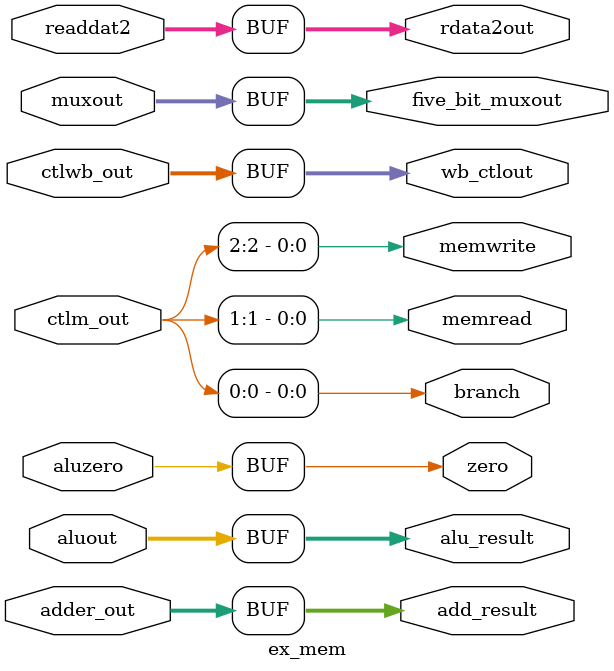
<source format=v>
module ex_mem (
        input  wire [1:0]   ctlwb_out,
        input  wire [2:0]   ctlm_out,
        input  wire [31:0]  adder_out,
        input  wire         aluzero,
        input  wire [31:0]  aluout,
                            readdat2,
        input  wire [4:0]   muxout,

        output reg  [1:0]   wb_ctlout,
        output reg          branch,
                            memread,
                            memwrite,
        output reg  [31:0]  add_result,
        output reg          zero,
        output reg  [31:0]  alu_result,
                            rdata2out,
        output reg  [4:0]   five_bit_muxout
    );

    initial begin
        wb_ctlout       <= 0;
        branch          <= 0;
        memread         <= 0;
        memwrite        <= 0;
        add_result      <= 0;
        zero            <= 0;
        alu_result      <= 0;
        rdata2out       <= 0;
        five_bit_muxout <= 0;
    end

    always @ (ctlm_out[2:0]) begin
        #1
        wb_ctlout       <= ctlwb_out;
        branch          <= ctlm_out[0];
        memread         <= ctlm_out[1];
        memwrite        <= ctlm_out[2];
        add_result      <= adder_out;
        zero            <= aluzero;
        alu_result      <= aluout;
        rdata2out       <= readdat2;
        five_bit_muxout <= muxout;
    end

endmodule

</source>
